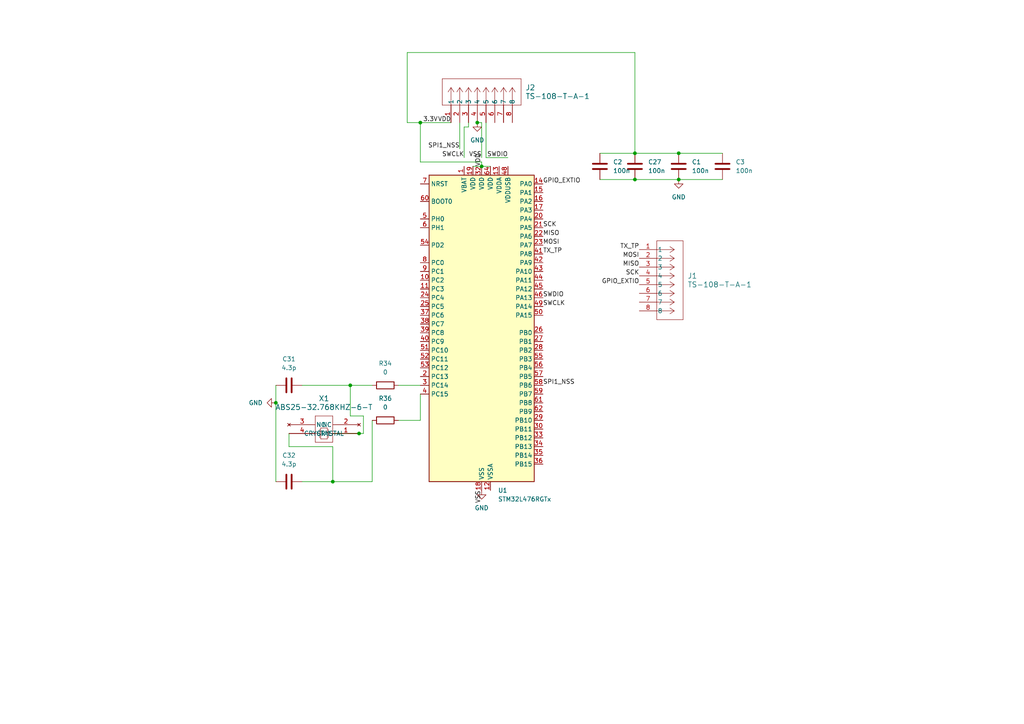
<source format=kicad_sch>
(kicad_sch (version 20231120) (generator "eeschema") (generator_version "8.0")
  (paper "A4")
  (lib_symbols
    (symbol "Crystal:ABS25-32.768KHZ-6-T" (pin_names (offset 0.254))
      (property "Reference" "X" (at 10.16 7.62 0))
      (property "Value" "ABS25-32.768KHZ-6-T" (at 10.16 5.08 0))
      (symbol "ABS25-32.768KHZ-6-T_0_1"
        (polyline (pts (xy 7.62 -5.08) (xy 12.7 -5.08)) (stroke (width 0.127)))
        (polyline (pts (xy 7.62 0) (xy 8.89 0)) (stroke (width 0.127)))
        (polyline (pts (xy 7.62 2.54) (xy 7.62 -5.08)) (stroke (width 0.127)))
        (polyline (pts (xy 8.89 1.27) (xy 8.89 -1.27)) (stroke (width 0.127)))
        (polyline (pts (xy 9.2075 -1.5875) (xy 11.1125 -1.5875)) (stroke (width 0.127)))
        (polyline (pts (xy 9.2075 1.5875) (xy 9.2075 -1.5875)) (stroke (width 0.127)))
        (polyline (pts (xy 9.2075 1.5875) (xy 11.1125 1.5875)) (stroke (width 0.127)))
        (polyline (pts (xy 11.1125 1.5875) (xy 11.1125 -1.5875)) (stroke (width 0.127)))
        (polyline (pts (xy 11.43 0) (xy 12.7 0)) (stroke (width 0.127)))
        (polyline (pts (xy 11.43 1.27) (xy 11.43 -1.27)) (stroke (width 0.127)))
        (polyline (pts (xy 12.7 -5.08) (xy 12.7 2.54)) (stroke (width 0.127)))
        (polyline (pts (xy 12.7 2.54) (xy 7.62 2.54)) (stroke (width 0.127)))
        (pin unspecified line (at 0 0 0) (length 7.62) (name "CRYSTAL") (number "1"))
        (pin no_connect line (at 0 -2.54 0) (length 7.62) (name "NC") (number "2"))
        (pin no_connect line (at 20.32 -2.54 180) (length 7.62) (name "NC") (number "3"))
        (pin unspecified line (at 20.32 0 180) (length 7.62) (name "CRYSTAL") (number "4"))
      )
    )
    (symbol "Device:C" (pin_numbers hide) (pin_names (offset 0.254))
      (property "Reference" "C" (at 0.635 2.54 0))
      (property "Value" "C" (at 0.635 -2.54 0))
      (symbol "C_0_1"
        (polyline (pts (xy -2.032 -0.762) (xy 2.032 -0.762)) (stroke (width 0.508)))
        (polyline (pts (xy -2.032 0.762) (xy 2.032 0.762)) (stroke (width 0.508)))
      )
      (symbol "C_1_1"
        (pin passive line (at 0 3.81 270) (length 2.794) (name "~") (number "1"))
        (pin passive line (at 0 -3.81 90) (length 2.794) (name "~") (number "2"))
      )
    )
    (symbol "Device:R" (pin_numbers hide) (pin_names (offset 0))
      (property "Reference" "R" (at 2.032 0 90))
      (property "Value" "R" (at 0 0 90))
      (symbol "R_0_1"
        (rectangle (start -1.016 -2.54) (end 1.016 2.54) (stroke (width 0.254)))
      )
      (symbol "R_1_1"
        (pin passive line (at 0 3.81 270) (length 1.27) (name "~") (number "1"))
        (pin passive line (at 0 -3.81 90) (length 1.27) (name "~") (number "2"))
      )
    )
    (symbol "Header_Connector:TS-108-T-A-1" (pin_names (offset 0.254))
      (property "Reference" "J" (at 8.89 6.35 0))
      (property "Value" "TS-108-T-A-1" (at 0 0 0))
      (symbol "TS-108-T-A-1_1_1"
        (polyline (pts (xy 5.08 -20.32) (xy 12.7 -20.32)) (stroke (width 0.127)))
        (polyline (pts (xy 5.08 2.54) (xy 5.08 -20.32)) (stroke (width 0.127)))
        (polyline (pts (xy 10.16 -17.78) (xy 5.08 -17.78)) (stroke (width 0.127)))
        (polyline (pts (xy 10.16 -17.78) (xy 8.89 -18.6267)) (stroke (width 0.127)))
        (polyline (pts (xy 10.16 -17.78) (xy 8.89 -16.9333)) (stroke (width 0.127)))
        (polyline (pts (xy 10.16 -15.24) (xy 5.08 -15.24)) (stroke (width 0.127)))
        (polyline (pts (xy 10.16 -15.24) (xy 8.89 -16.0867)) (stroke (width 0.127)))
        (polyline (pts (xy 10.16 -15.24) (xy 8.89 -14.3933)) (stroke (width 0.127)))
        (polyline (pts (xy 10.16 -12.7) (xy 5.08 -12.7)) (stroke (width 0.127)))
        (polyline (pts (xy 10.16 -12.7) (xy 8.89 -13.5467)) (stroke (width 0.127)))
        (polyline (pts (xy 10.16 -12.7) (xy 8.89 -11.8533)) (stroke (width 0.127)))
        (polyline (pts (xy 10.16 -10.16) (xy 5.08 -10.16)) (stroke (width 0.127)))
        (polyline (pts (xy 10.16 -10.16) (xy 8.89 -11.0067)) (stroke (width 0.127)))
        (polyline (pts (xy 10.16 -10.16) (xy 8.89 -9.3133)) (stroke (width 0.127)))
        (polyline (pts (xy 10.16 -7.62) (xy 5.08 -7.62)) (stroke (width 0.127)))
        (polyline (pts (xy 10.16 -7.62) (xy 8.89 -8.4667)) (stroke (width 0.127)))
        (polyline (pts (xy 10.16 -7.62) (xy 8.89 -6.7733)) (stroke (width 0.127)))
        (polyline (pts (xy 10.16 -5.08) (xy 5.08 -5.08)) (stroke (width 0.127)))
        (polyline (pts (xy 10.16 -5.08) (xy 8.89 -5.9267)) (stroke (width 0.127)))
        (polyline (pts (xy 10.16 -5.08) (xy 8.89 -4.2333)) (stroke (width 0.127)))
        (polyline (pts (xy 10.16 -2.54) (xy 5.08 -2.54)) (stroke (width 0.127)))
        (polyline (pts (xy 10.16 -2.54) (xy 8.89 -3.3867)) (stroke (width 0.127)))
        (polyline (pts (xy 10.16 -2.54) (xy 8.89 -1.6933)) (stroke (width 0.127)))
        (polyline (pts (xy 10.16 0) (xy 5.08 0)) (stroke (width 0.127)))
        (polyline (pts (xy 10.16 0) (xy 8.89 -0.8467)) (stroke (width 0.127)))
        (polyline (pts (xy 10.16 0) (xy 8.89 0.8467)) (stroke (width 0.127)))
        (polyline (pts (xy 12.7 -20.32) (xy 12.7 2.54)) (stroke (width 0.127)))
        (polyline (pts (xy 12.7 2.54) (xy 5.08 2.54)) (stroke (width 0.127)))
        (pin unspecified line (at 0 0 0) (length 5.08) (name "1") (number "1"))
        (pin unspecified line (at 0 -2.54 0) (length 5.08) (name "2") (number "2"))
        (pin unspecified line (at 0 -5.08 0) (length 5.08) (name "3") (number "3"))
        (pin unspecified line (at 0 -7.62 0) (length 5.08) (name "4") (number "4"))
        (pin unspecified line (at 0 -10.16 0) (length 5.08) (name "5") (number "5"))
        (pin unspecified line (at 0 -12.7 0) (length 5.08) (name "6") (number "6"))
        (pin unspecified line (at 0 -15.24 0) (length 5.08) (name "7") (number "7"))
        (pin unspecified line (at 0 -17.78 0) (length 5.08) (name "8") (number "8"))
      )
      (symbol "TS-108-T-A-1_1_2"
        (polyline (pts (xy 5.08 -20.32) (xy 12.7 -20.32)) (stroke (width 0.127)))
        (polyline (pts (xy 5.08 2.54) (xy 5.08 -20.32)) (stroke (width 0.127)))
        (polyline (pts (xy 7.62 -17.78) (xy 5.08 -17.78)) (stroke (width 0.127)))
        (polyline (pts (xy 7.62 -17.78) (xy 8.89 -18.6267)) (stroke (width 0.127)))
        (polyline (pts (xy 7.62 -17.78) (xy 8.89 -16.9333)) (stroke (width 0.127)))
        (polyline (pts (xy 7.62 -15.24) (xy 5.08 -15.24)) (stroke (width 0.127)))
        (polyline (pts (xy 7.62 -15.24) (xy 8.89 -16.0867)) (stroke (width 0.127)))
        (polyline (pts (xy 7.62 -15.24) (xy 8.89 -14.3933)) (stroke (width 0.127)))
        (polyline (pts (xy 7.62 -12.7) (xy 5.08 -12.7)) (stroke (width 0.127)))
        (polyline (pts (xy 7.62 -12.7) (xy 8.89 -13.5467)) (stroke (width 0.127)))
        (polyline (pts (xy 7.62 -12.7) (xy 8.89 -11.8533)) (stroke (width 0.127)))
        (polyline (pts (xy 7.62 -10.16) (xy 5.08 -10.16)) (stroke (width 0.127)))
        (polyline (pts (xy 7.62 -10.16) (xy 8.89 -11.0067)) (stroke (width 0.127)))
        (polyline (pts (xy 7.62 -10.16) (xy 8.89 -9.3133)) (stroke (width 0.127)))
        (polyline (pts (xy 7.62 -7.62) (xy 5.08 -7.62)) (stroke (width 0.127)))
        (polyline (pts (xy 7.62 -7.62) (xy 8.89 -8.4667)) (stroke (width 0.127)))
        (polyline (pts (xy 7.62 -7.62) (xy 8.89 -6.7733)) (stroke (width 0.127)))
        (polyline (pts (xy 7.62 -5.08) (xy 5.08 -5.08)) (stroke (width 0.127)))
        (polyline (pts (xy 7.62 -5.08) (xy 8.89 -5.9267)) (stroke (width 0.127)))
        (polyline (pts (xy 7.62 -5.08) (xy 8.89 -4.2333)) (stroke (width 0.127)))
        (polyline (pts (xy 7.62 -2.54) (xy 5.08 -2.54)) (stroke (width 0.127)))
        (polyline (pts (xy 7.62 -2.54) (xy 8.89 -3.3867)) (stroke (width 0.127)))
        (polyline (pts (xy 7.62 -2.54) (xy 8.89 -1.6933)) (stroke (width 0.127)))
        (polyline (pts (xy 7.62 0) (xy 5.08 0)) (stroke (width 0.127)))
        (polyline (pts (xy 7.62 0) (xy 8.89 -0.8467)) (stroke (width 0.127)))
        (polyline (pts (xy 7.62 0) (xy 8.89 0.8467)) (stroke (width 0.127)))
        (polyline (pts (xy 12.7 -20.32) (xy 12.7 2.54)) (stroke (width 0.127)))
        (polyline (pts (xy 12.7 2.54) (xy 5.08 2.54)) (stroke (width 0.127)))
        (pin unspecified line (at 0 0 0) (length 5.08) (name "1") (number "1"))
        (pin unspecified line (at 0 -2.54 0) (length 5.08) (name "2") (number "2"))
        (pin unspecified line (at 0 -5.08 0) (length 5.08) (name "3") (number "3"))
        (pin unspecified line (at 0 -7.62 0) (length 5.08) (name "4") (number "4"))
        (pin unspecified line (at 0 -10.16 0) (length 5.08) (name "5") (number "5"))
        (pin unspecified line (at 0 -12.7 0) (length 5.08) (name "6") (number "6"))
        (pin unspecified line (at 0 -15.24 0) (length 5.08) (name "7") (number "7"))
        (pin unspecified line (at 0 -17.78 0) (length 5.08) (name "8") (number "8"))
      )
    )
    (symbol "MCU_ST_STM32L4:STM32L476RGTx"
      (property "Reference" "U" (at -15.24 46.99 0))
      (property "Value" "STM32L476RGTx" (at 10.16 46.99 0))
      (symbol "STM32L476RGTx_0_1"
        (rectangle (start -15.24 -43.18) (end 15.24 45.72) (stroke (width 0.254)) (fill (type background)))
      )
      (symbol "STM32L476RGTx_1_1"
        (pin power_in line (at -5.08 48.26 270) (length 2.54) (name "VBAT") (number "1"))
        (pin bidirectional line (at -17.78 15.24 0) (length 2.54) (name "PC2") (number "10"))
        (pin bidirectional line (at -17.78 12.7 0) (length 2.54) (name "PC3") (number "11"))
        (pin power_in line (at 2.54 -45.72 90) (length 2.54) (name "VSSA") (number "12"))
        (pin power_in line (at 5.08 48.26 270) (length 2.54) (name "VDDA") (number "13"))
        (pin bidirectional line (at 17.78 43.18 180) (length 2.54) (name "PA0") (number "14"))
        (pin bidirectional line (at 17.78 40.64 180) (length 2.54) (name "PA1") (number "15"))
        (pin bidirectional line (at 17.78 38.1 180) (length 2.54) (name "PA2") (number "16"))
        (pin bidirectional line (at 17.78 35.56 180) (length 2.54) (name "PA3") (number "17"))
        (pin power_in line (at 0 -45.72 90) (length 2.54) (name "VSS") (number "18"))
        (pin power_in line (at -2.54 48.26 270) (length 2.54) (name "VDD") (number "19"))
        (pin bidirectional line (at -17.78 -12.7 0) (length 2.54) (name "PC13") (number "2"))
        (pin bidirectional line (at 17.78 33.02 180) (length 2.54) (name "PA4") (number "20"))
        (pin bidirectional line (at 17.78 30.48 180) (length 2.54) (name "PA5") (number "21"))
        (pin bidirectional line (at 17.78 27.94 180) (length 2.54) (name "PA6") (number "22"))
        (pin bidirectional line (at 17.78 25.4 180) (length 2.54) (name "PA7") (number "23"))
        (pin bidirectional line (at -17.78 10.16 0) (length 2.54) (name "PC4") (number "24"))
        (pin bidirectional line (at -17.78 7.62 0) (length 2.54) (name "PC5") (number "25"))
        (pin bidirectional line (at 17.78 0 180) (length 2.54) (name "PB0") (number "26"))
        (pin bidirectional line (at 17.78 -2.54 180) (length 2.54) (name "PB1") (number "27"))
        (pin bidirectional line (at 17.78 -5.08 180) (length 2.54) (name "PB2") (number "28"))
        (pin bidirectional line (at 17.78 -25.4 180) (length 2.54) (name "PB10") (number "29"))
        (pin bidirectional line (at -17.78 -15.24 0) (length 2.54) (name "PC14") (number "3"))
        (pin bidirectional line (at 17.78 -27.94 180) (length 2.54) (name "PB11") (number "30"))
        (pin passive line (at 0 -45.72 90) (length 2.54) hide (name "VSS") (number "31"))
        (pin power_in line (at 0 48.26 270) (length 2.54) (name "VDD") (number "32"))
        (pin bidirectional line (at 17.78 -30.48 180) (length 2.54) (name "PB12") (number "33"))
        (pin bidirectional line (at 17.78 -33.02 180) (length 2.54) (name "PB13") (number "34"))
        (pin bidirectional line (at 17.78 -35.56 180) (length 2.54) (name "PB14") (number "35"))
        (pin bidirectional line (at 17.78 -38.1 180) (length 2.54) (name "PB15") (number "36"))
        (pin bidirectional line (at -17.78 5.08 0) (length 2.54) (name "PC6") (number "37"))
        (pin bidirectional line (at -17.78 2.54 0) (length 2.54) (name "PC7") (number "38"))
        (pin bidirectional line (at -17.78 0 0) (length 2.54) (name "PC8") (number "39"))
        (pin bidirectional line (at -17.78 -17.78 0) (length 2.54) (name "PC15") (number "4"))
        (pin bidirectional line (at -17.78 -2.54 0) (length 2.54) (name "PC9") (number "40"))
        (pin bidirectional line (at 17.78 22.86 180) (length 2.54) (name "PA8") (number "41"))
        (pin bidirectional line (at 17.78 20.32 180) (length 2.54) (name "PA9") (number "42"))
        (pin bidirectional line (at 17.78 17.78 180) (length 2.54) (name "PA10") (number "43"))
        (pin bidirectional line (at 17.78 15.24 180) (length 2.54) (name "PA11") (number "44"))
        (pin bidirectional line (at 17.78 12.7 180) (length 2.54) (name "PA12") (number "45"))
        (pin bidirectional line (at 17.78 10.16 180) (length 2.54) (name "PA13") (number "46"))
        (pin passive line (at 0 -45.72 90) (length 2.54) hide (name "VSS") (number "47"))
        (pin power_in line (at 7.62 48.26 270) (length 2.54) (name "VDDUSB") (number "48"))
        (pin bidirectional line (at 17.78 7.62 180) (length 2.54) (name "PA14") (number "49"))
        (pin bidirectional line (at -17.78 33.02 0) (length 2.54) (name "PH0") (number "5"))
        (pin bidirectional line (at 17.78 5.08 180) (length 2.54) (name "PA15") (number "50"))
        (pin bidirectional line (at -17.78 -5.08 0) (length 2.54) (name "PC10") (number "51"))
        (pin bidirectional line (at -17.78 -7.62 0) (length 2.54) (name "PC11") (number "52"))
        (pin bidirectional line (at -17.78 -10.16 0) (length 2.54) (name "PC12") (number "53"))
        (pin bidirectional line (at -17.78 25.4 0) (length 2.54) (name "PD2") (number "54"))
        (pin bidirectional line (at 17.78 -7.62 180) (length 2.54) (name "PB3") (number "55"))
        (pin bidirectional line (at 17.78 -10.16 180) (length 2.54) (name "PB4") (number "56"))
        (pin bidirectional line (at 17.78 -12.7 180) (length 2.54) (name "PB5") (number "57"))
        (pin bidirectional line (at 17.78 -15.24 180) (length 2.54) (name "PB6") (number "58"))
        (pin bidirectional line (at 17.78 -17.78 180) (length 2.54) (name "PB7") (number "59"))
        (pin bidirectional line (at -17.78 30.48 0) (length 2.54) (name "PH1") (number "6"))
        (pin input line (at -17.78 38.1 0) (length 2.54) (name "BOOT0") (number "60"))
        (pin bidirectional line (at 17.78 -20.32 180) (length 2.54) (name "PB8") (number "61"))
        (pin bidirectional line (at 17.78 -22.86 180) (length 2.54) (name "PB9") (number "62"))
        (pin passive line (at 0 -45.72 90) (length 2.54) hide (name "VSS") (number "63"))
        (pin power_in line (at 2.54 48.26 270) (length 2.54) (name "VDD") (number "64"))
        (pin input line (at -17.78 43.18 0) (length 2.54) (name "NRST") (number "7"))
        (pin bidirectional line (at -17.78 20.32 0) (length 2.54) (name "PC0") (number "8"))
        (pin bidirectional line (at -17.78 17.78 0) (length 2.54) (name "PC1") (number "9"))
      )
    )
    (symbol "power:GND" (power) (pin_numbers hide) (pin_names (offset 0) hide)
      (property "Value" "GND" (at 0 -3.81 0))
      (symbol "GND_0_1"
        (polyline (pts (xy 0 0) (xy 0 -1.27) (xy 1.27 -1.27) (xy 0 -2.54) (xy -1.27 -1.27) (xy 0 -1.27)))
      )
      (symbol "GND_1_1"
        (pin power_in line (at 0 0 270) (length 0) (name "~") (number "1"))
      )
    )
  )
  (junction (at 101.6 111.76))
  (junction (at 184.15 52.07))
  (junction (at 80.01 116.84))
  (junction (at 196.85 52.07))
  (junction (at 184.15 44.45))
  (junction (at 121.92 35.56))
  (junction (at 196.85 44.45))
  (junction (at 139.7 48.26))
  (junction (at 104.14 125.73))
  (junction (at 96.52 139.7))
  (junction (at 138.43 35.56))
  (wire (pts (xy 96.52 139.7) (xy 107.95 139.7)))
  (wire (pts (xy 135.89 36.83) (xy 135.89 35.56)))
  (wire (pts (xy 133.35 43.18) (xy 133.35 35.56)))
  (wire (pts (xy 139.7 45.72) (xy 139.7 35.56)))
  (wire (pts (xy 83.82 129.54) (xy 96.52 129.54)))
  (wire (pts (xy 184.15 15.24) (xy 118.11 15.24)))
  (wire (pts (xy 80.01 111.76) (xy 80.01 116.84)))
  (wire (pts (xy 96.52 129.54) (xy 96.52 139.7)))
  (wire (pts (xy 107.95 111.76) (xy 101.6 111.76)))
  (wire (pts (xy 137.16 48.26) (xy 139.7 48.26)))
  (wire (pts (xy 83.82 125.73) (xy 83.82 129.54)))
  (wire (pts (xy 107.95 121.92) (xy 107.95 139.7)))
  (wire (pts (xy 147.32 45.72) (xy 140.97 45.72)))
  (wire (pts (xy 184.15 44.45) (xy 196.85 44.45)))
  (wire (pts (xy 105.41 120.65) (xy 105.41 125.73)))
  (wire (pts (xy 118.11 15.24) (xy 118.11 35.56)))
  (wire (pts (xy 196.85 52.07) (xy 209.55 52.07)))
  (wire (pts (xy 140.97 45.72) (xy 140.97 35.56)))
  (wire (pts (xy 101.6 120.65) (xy 105.41 120.65)))
  (wire (pts (xy 139.7 46.99) (xy 121.92 46.99)))
  (wire (pts (xy 139.7 48.26) (xy 139.7 46.99)))
  (wire (pts (xy 87.63 139.7) (xy 96.52 139.7)))
  (wire (pts (xy 173.99 52.07) (xy 184.15 52.07)))
  (wire (pts (xy 80.01 116.84) (xy 80.01 139.7)))
  (wire (pts (xy 134.62 45.72) (xy 134.62 36.83)))
  (wire (pts (xy 121.92 121.92) (xy 121.92 114.3)))
  (wire (pts (xy 115.57 121.92) (xy 121.92 121.92)))
  (wire (pts (xy 118.11 35.56) (xy 121.92 35.56)))
  (wire (pts (xy 173.99 44.45) (xy 184.15 44.45)))
  (wire (pts (xy 121.92 35.56) (xy 130.81 35.56)))
  (wire (pts (xy 184.15 15.24) (xy 184.15 44.45)))
  (wire (pts (xy 121.92 46.99) (xy 121.92 35.56)))
  (wire (pts (xy 196.85 44.45) (xy 209.55 44.45)))
  (wire (pts (xy 101.6 111.76) (xy 101.6 120.65)))
  (wire (pts (xy 96.52 125.73) (xy 104.14 125.73)))
  (wire (pts (xy 184.15 52.07) (xy 196.85 52.07)))
  (wire (pts (xy 115.57 111.76) (xy 121.92 111.76)))
  (wire (pts (xy 139.7 35.56) (xy 138.43 35.56)))
  (wire (pts (xy 139.7 48.26) (xy 142.24 48.26)))
  (wire (pts (xy 87.63 111.76) (xy 101.6 111.76)))
  (wire (pts (xy 105.41 125.73) (xy 104.14 125.73)))
  (wire (pts (xy 134.62 36.83) (xy 135.89 36.83)))
  (label "SCK" (at 185.42 80.01 180))
  (label "TX_TP" (at 185.42 72.39 180))
  (label "3.3V" (at 127 35.56 180))
  (label "VDD" (at 139.7 48.26 90))
  (label "TX_TP" (at 157.48 73.66 0))
  (label "" (at 196.85 44.45 270))
  (label "GPIO_EXTIO" (at 185.42 82.55 180))
  (label "VSS" (at 139.7 142.24 270))
  (label "GPIO_EXTIO" (at 157.48 53.34 0))
  (label "MISO" (at 157.48 68.58 0))
  (label "VDD" (at 130.81 35.56 180))
  (label "VSS" (at 139.7 45.72 180))
  (label "SWDIO" (at 157.48 86.36 0))
  (label "SWDIO" (at 147.32 45.72 180))
  (label "SWCLK" (at 134.62 45.72 180))
  (label "SCK" (at 157.48 66.04 0))
  (label "MOSI" (at 185.42 74.93 180))
  (label "MISO" (at 185.42 77.47 180))
  (label "MOSI" (at 157.48 71.12 0))
  (label "SPI1_NSS" (at 157.48 111.76 0))
  (label "SWCLK" (at 157.48 88.9 0))
  (label "SPI1_NSS" (at 133.35 43.18 180))
  (symbol (lib_id "Header_Connector:TS-108-T-A-1") (at 185.42 72.39 0) (unit 1)
    (property "Reference" "J1" (at 199.39 80.0099 0) (effects (font (size 1.524 1.524)) (justify left)))
    (property "Value" "TS-108-T-A-1" (at 199.39 82.5499 0) (effects (font (size 1.524 1.524)) (justify left)))
    (property "Footprint" "CON8_1X8_TUC_HTS_SAI" (effects (hide yes)))
    (property "Datasheet" "TS-108-T-A-1" (effects (hide yes)))
  )
  (symbol (lib_id "Device:R") (at 111.76 111.76 90) (unit 1)
    (property "Reference" "R34" (at 111.76 105.41 90))
    (property "Value" "0" (at 111.76 107.95 90))
    (property "Footprint" "Resistor_SMD:R_0402_1005Metric_Pad0.72x0.64mm_HandSolder" (effects (hide yes)))
    (property "Description" "Resistor" (effects (hide yes)))
  )
  (symbol (lib_id "power:GND") (at 139.7 142.24 0) (unit 1)
    (property "Reference" "#PWR02" (effects (hide yes)))
    (property "Value" "GND" (at 139.7 147.32 0))
    (property "Description" "Power symbol creates a global label with name \"GND\" , ground" (effects (hide yes)))
  )
  (symbol (lib_id "MCU_ST_STM32L4:STM32L476RGTx") (at 139.7 96.52 0) (unit 1)
    (property "Reference" "U1" (at 144.4341 142.24 0) (effects (justify left)))
    (property "Value" "STM32L476RGTx" (at 144.4341 144.78 0) (effects (justify left)))
    (property "Footprint" "Package_QFP:LQFP-64_10x10mm_P0.5mm" (effects (hide yes)))
    (property "Datasheet" "https://www.st.com/resource/en/datasheet/stm32l476rg.pdf" (effects (hide yes)))
    (property "Description" "STMicroelectronics Arm Cortex-M4 MCU, 1024KB flash, 128KB RAM, 80 MHz, 1.71-3.6V, 51 GPIO, LQFP64" (effects (hide yes)))
  )
  (symbol (lib_id "Device:R") (at 111.76 121.92 90) (unit 1)
    (property "Reference" "R36" (at 111.76 115.57 90))
    (property "Value" "0" (at 111.76 118.11 90))
    (property "Footprint" "Resistor_SMD:R_0402_1005Metric_Pad0.72x0.64mm_HandSolder" (effects (hide yes)))
    (property "Description" "Resistor" (effects (hide yes)))
  )
  (symbol (lib_id "Device:C") (at 83.82 139.7 90) (unit 1)
    (property "Reference" "C32" (at 83.82 132.08 90))
    (property "Value" "4.3p" (at 83.82 134.62 90))
    (property "Footprint" "Capacitor_SMD:C_0402_1005Metric_Pad0.74x0.62mm_HandSolder" (effects (hide yes)))
    (property "Description" "Unpolarized capacitor" (effects (hide yes)))
  )
  (symbol (lib_id "power:GND") (at 138.43 35.56 0) (unit 1)
    (property "Reference" "#PWR01" (effects (hide yes)))
    (property "Value" "GND" (at 138.43 40.64 0))
    (property "Description" "Power symbol creates a global label with name \"GND\" , ground" (effects (hide yes)))
  )
  (symbol (lib_id "Device:C") (at 173.99 48.26 180) (unit 1)
    (property "Reference" "C2" (at 177.8 46.9899 0) (effects (justify right)))
    (property "Value" "100n" (at 177.8 49.5299 0) (effects (justify right)))
    (property "Footprint" "Capacitor_SMD:C_0402_1005Metric_Pad0.74x0.62mm_HandSolder" (effects (hide yes)))
    (property "Description" "Unpolarized capacitor" (effects (hide yes)))
  )
  (symbol (lib_id "Device:C") (at 83.82 111.76 90) (unit 1)
    (property "Reference" "C31" (at 83.82 104.14 90))
    (property "Value" "4.3p" (at 83.82 106.68 90))
    (property "Footprint" "Capacitor_SMD:C_0402_1005Metric_Pad0.74x0.62mm_HandSolder" (effects (hide yes)))
    (property "Description" "Unpolarized capacitor" (effects (hide yes)))
  )
  (symbol (lib_id "Device:C") (at 209.55 48.26 180) (unit 1)
    (property "Reference" "C3" (at 213.36 46.9899 0) (effects (justify right)))
    (property "Value" "100n" (at 213.36 49.5299 0) (effects (justify right)))
    (property "Footprint" "Capacitor_SMD:C_0402_1005Metric_Pad0.74x0.62mm_HandSolder" (effects (hide yes)))
    (property "Description" "Unpolarized capacitor" (effects (hide yes)))
  )
  (symbol (lib_id "Header_Connector:TS-108-T-A-1") (at 130.81 35.56 90) (unit 1)
    (property "Reference" "J2" (at 152.4 25.3999 90) (effects (font (size 1.524 1.524)) (justify right)))
    (property "Value" "TS-108-T-A-1" (at 152.4 27.9399 90) (effects (font (size 1.524 1.524)) (justify right)))
    (property "Footprint" "CON8_1X8_TUC_HTS_SAI" (effects (hide yes)))
    (property "Datasheet" "TS-108-T-A-1" (effects (hide yes)))
  )
  (symbol (lib_id "power:GND") (at 196.85 52.07 0) (unit 1)
    (property "Reference" "#PWR04" (effects (hide yes)))
    (property "Value" "GND" (at 196.85 57.15 0))
    (property "Description" "Power symbol creates a global label with name \"GND\" , ground" (effects (hide yes)))
  )
  (symbol (lib_id "power:GND") (at 80.01 116.84 270) (unit 1)
    (property "Reference" "#PWR03" (effects (hide yes)))
    (property "Value" "GND" (at 76.2 116.8399 90) (effects (justify right)))
    (property "Description" "Power symbol creates a global label with name \"GND\" , ground" (effects (hide yes)))
  )
  (symbol (lib_id "Device:C") (at 184.15 48.26 180) (unit 1)
    (property "Reference" "C27" (at 187.96 46.9899 0) (effects (justify right)))
    (property "Value" "100n" (at 187.96 49.5299 0) (effects (justify right)))
    (property "Footprint" "Capacitor_SMD:C_0402_1005Metric_Pad0.74x0.62mm_HandSolder" (effects (hide yes)))
    (property "Description" "Unpolarized capacitor" (effects (hide yes)))
  )
  (symbol (lib_id "Device:C") (at 196.85 48.26 180) (unit 1)
    (property "Reference" "C1" (at 200.66 46.9899 0) (effects (justify right)))
    (property "Value" "100n" (at 200.66 49.5299 0) (effects (justify right)))
    (property "Footprint" "Capacitor_SMD:C_0402_1005Metric_Pad0.74x0.62mm_HandSolder" (effects (hide yes)))
    (property "Description" "Unpolarized capacitor" (effects (hide yes)))
  )
  (symbol (lib_id "Crystal:ABS25-32.768KHZ-6-T") (at 104.14 125.73 180) (unit 1)
    (property "Reference" "X1" (at 93.98 115.57 0) (effects (font (size 1.524 1.524))))
    (property "Value" "ABS25-32.768KHZ-6-T" (at 93.98 118.11 0) (effects (font (size 1.524 1.524))))
    (property "Footprint" "X_ABS25_ABR" (effects (hide yes)))
    (property "Datasheet" "ABS25-32.768KHZ-6-T" (effects (hide yes)))
  )
)
</source>
